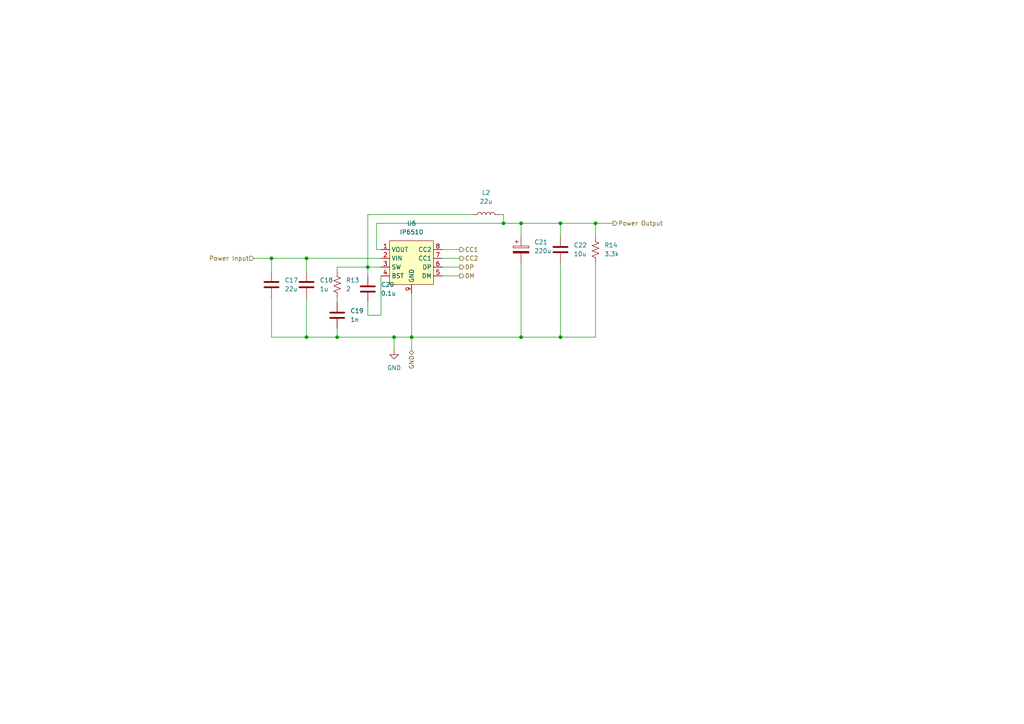
<source format=kicad_sch>
(kicad_sch (version 20211123) (generator eeschema)
  (paper "A4")
  (lib_symbols
    (symbol "1_Resouce:IP6510"
      (property "Reference" "U" (at 0 2.54 0))
      (property "Value" "IP6510" (at 0 10.16 0))
      (symbol "IP6510_0_1"
        (rectangle (start -6.35 7.62) (end 6.35 -5.08) (fill (type background)))
      )
      (symbol "IP6510_1_1"
        (pin power_out line (at -8.89 5.08 0) (length 2.54) (name "VOUT") (number "1"))
        (pin power_in line (at -8.89 2.54 0) (length 2.54) (name "VIN") (number "2"))
        (pin input line (at -8.89 0 0) (length 2.54) (name "SW") (number "3"))
        (pin input line (at -8.89 -2.54 0) (length 2.54) (name "BST") (number "4"))
        (pin input line (at 8.89 -2.54 180) (length 2.54) (name "DM") (number "5"))
        (pin input line (at 8.89 0 180) (length 2.54) (name "DP") (number "6"))
        (pin input line (at 8.89 2.54 180) (length 2.54) (name "CC1") (number "7"))
        (pin input line (at 8.89 5.08 180) (length 2.54) (name "CC2") (number "8"))
        (pin power_in line (at 0 -7.62 90) (length 2.54) (name "GND") (number "9"))
      )
    )
    (symbol "Device:C" (pin_numbers hide) (pin_names (offset 0.254))
      (property "Reference" "C" (at 0.635 2.54 0))
      (property "Value" "C" (at 0.635 -2.54 0))
      (symbol "C_0_1"
        (polyline (pts (xy -2.032 -0.762) (xy 2.032 -0.762)) (stroke (width 0.508)))
        (polyline (pts (xy -2.032 0.762) (xy 2.032 0.762)) (stroke (width 0.508)))
      )
      (symbol "C_1_1"
        (pin passive line (at 0 3.81 270) (length 2.794) (name "~") (number "1"))
        (pin passive line (at 0 -3.81 90) (length 2.794) (name "~") (number "2"))
      )
    )
    (symbol "Device:C_Polarized" (pin_numbers hide) (pin_names (offset 0.254))
      (property "Reference" "C" (at 0.635 2.54 0))
      (property "Value" "C_Polarized" (at 0.635 -2.54 0))
      (symbol "C_Polarized_0_1"
        (rectangle (start -2.286 0.508) (end 2.286 1.016))
        (polyline (pts (xy -1.778 2.286) (xy -0.762 2.286)))
        (polyline (pts (xy -1.27 2.794) (xy -1.27 1.778)))
        (rectangle (start 2.286 -0.508) (end -2.286 -1.016) (fill (type outline)))
      )
      (symbol "C_Polarized_1_1"
        (pin passive line (at 0 3.81 270) (length 2.794) (name "~") (number "1"))
        (pin passive line (at 0 -3.81 90) (length 2.794) (name "~") (number "2"))
      )
    )
    (symbol "Device:L" (pin_numbers hide) (pin_names (offset 1.016) hide)
      (property "Reference" "L" (at -1.27 0 90))
      (property "Value" "L" (at 1.905 0 90))
      (symbol "L_0_1"
        (arc (start 0 -2.54) (mid 0.635 -1.905) (end 0 -1.27))
        (arc (start 0 -1.27) (mid 0.635 -0.635) (end 0 0))
        (arc (start 0 0) (mid 0.635 0.635) (end 0 1.27))
        (arc (start 0 1.27) (mid 0.635 1.905) (end 0 2.54))
      )
      (symbol "L_1_1"
        (pin passive line (at 0 3.81 270) (length 1.27) (name "1") (number "1"))
        (pin passive line (at 0 -3.81 90) (length 1.27) (name "2") (number "2"))
      )
    )
    (symbol "Device:R_US" (pin_numbers hide) (pin_names (offset 0))
      (property "Reference" "R" (at 2.54 0 90))
      (property "Value" "R_US" (at -2.54 0 90))
      (symbol "R_US_0_1"
        (polyline (pts (xy 0 -2.286) (xy 0 -2.54)))
        (polyline (pts (xy 0 2.286) (xy 0 2.54)))
        (polyline (pts (xy 0 -0.762) (xy 1.016 -1.143) (xy 0 -1.524) (xy -1.016 -1.905) (xy 0 -2.286)))
        (polyline (pts (xy 0 0.762) (xy 1.016 0.381) (xy 0 0) (xy -1.016 -0.381) (xy 0 -0.762)))
        (polyline (pts (xy 0 2.286) (xy 1.016 1.905) (xy 0 1.524) (xy -1.016 1.143) (xy 0 0.762)))
      )
      (symbol "R_US_1_1"
        (pin passive line (at 0 3.81 270) (length 1.27) (name "~") (number "1"))
        (pin passive line (at 0 -3.81 90) (length 1.27) (name "~") (number "2"))
      )
    )
    (symbol "power:GND" (power) (pin_names (offset 0))
      (property "Value" "GND" (at 0 -3.81 0))
      (symbol "GND_0_1"
        (polyline (pts (xy 0 0) (xy 0 -1.27) (xy 1.27 -1.27) (xy 0 -2.54) (xy -1.27 -1.27) (xy 0 -1.27)))
      )
      (symbol "GND_1_1"
        (pin power_in line (at 0 0 270) (length 0) hide (name "GND") (number "1"))
      )
    )
  )
  (junction (at 146.05 64.77))
  (junction (at 88.9 97.79))
  (junction (at 114.3 97.79))
  (junction (at 78.74 74.93))
  (junction (at 88.9 74.93))
  (junction (at 172.72 64.77))
  (junction (at 162.56 97.79))
  (junction (at 162.56 64.77))
  (junction (at 97.79 97.79))
  (junction (at 106.68 77.47))
  (junction (at 151.13 64.77))
  (junction (at 151.13 97.79))
  (junction (at 119.38 97.79))
  (wire (pts (xy 88.9 74.93) (xy 110.49 74.93)))
  (wire (pts (xy 106.68 62.23) (xy 137.16 62.23)))
  (wire (pts (xy 172.72 64.77) (xy 172.72 68.58)))
  (wire (pts (xy 73.66 74.93) (xy 78.74 74.93)))
  (wire (pts (xy 146.05 64.77) (xy 146.05 62.23)))
  (wire (pts (xy 78.74 97.79) (xy 88.9 97.79)))
  (wire (pts (xy 162.56 64.77) (xy 172.72 64.77)))
  (wire (pts (xy 88.9 97.79) (xy 97.79 97.79)))
  (wire (pts (xy 162.56 64.77) (xy 162.56 68.58)))
  (wire (pts (xy 162.56 76.2) (xy 162.56 97.79)))
  (wire (pts (xy 146.05 64.77) (xy 151.13 64.77)))
  (wire (pts (xy 172.72 76.2) (xy 172.72 97.79)))
  (wire (pts (xy 110.49 80.01) (xy 110.49 91.44)))
  (wire (pts (xy 78.74 74.93) (xy 88.9 74.93)))
  (wire (pts (xy 110.49 72.39) (xy 109.22 72.39)))
  (wire (pts (xy 109.22 72.39) (xy 109.22 64.77)))
  (wire (pts (xy 114.3 101.6) (xy 114.3 97.79)))
  (wire (pts (xy 128.27 77.47) (xy 133.35 77.47)))
  (wire (pts (xy 109.22 64.77) (xy 146.05 64.77)))
  (wire (pts (xy 162.56 97.79) (xy 151.13 97.79)))
  (wire (pts (xy 151.13 76.2) (xy 151.13 97.79)))
  (wire (pts (xy 151.13 64.77) (xy 162.56 64.77)))
  (wire (pts (xy 119.38 85.09) (xy 119.38 97.79)))
  (wire (pts (xy 97.79 78.74) (xy 97.79 77.47)))
  (wire (pts (xy 128.27 74.93) (xy 133.35 74.93)))
  (wire (pts (xy 97.79 95.25) (xy 97.79 97.79)))
  (wire (pts (xy 88.9 97.79) (xy 88.9 86.36)))
  (wire (pts (xy 78.74 74.93) (xy 78.74 78.74)))
  (wire (pts (xy 119.38 97.79) (xy 119.38 101.6)))
  (wire (pts (xy 106.68 77.47) (xy 106.68 80.01)))
  (wire (pts (xy 106.68 91.44) (xy 106.68 87.63)))
  (wire (pts (xy 146.05 62.23) (xy 144.78 62.23)))
  (wire (pts (xy 97.79 97.79) (xy 114.3 97.79)))
  (wire (pts (xy 172.72 97.79) (xy 162.56 97.79)))
  (wire (pts (xy 172.72 64.77) (xy 177.8 64.77)))
  (wire (pts (xy 78.74 86.36) (xy 78.74 97.79)))
  (wire (pts (xy 106.68 77.47) (xy 106.68 62.23)))
  (wire (pts (xy 151.13 97.79) (xy 119.38 97.79)))
  (wire (pts (xy 128.27 72.39) (xy 133.35 72.39)))
  (wire (pts (xy 110.49 77.47) (xy 106.68 77.47)))
  (wire (pts (xy 97.79 86.36) (xy 97.79 87.63)))
  (wire (pts (xy 110.49 91.44) (xy 106.68 91.44)))
  (wire (pts (xy 97.79 77.47) (xy 106.68 77.47)))
  (wire (pts (xy 88.9 74.93) (xy 88.9 78.74)))
  (wire (pts (xy 128.27 80.01) (xy 133.35 80.01)))
  (wire (pts (xy 114.3 97.79) (xy 119.38 97.79)))
  (wire (pts (xy 151.13 64.77) (xy 151.13 68.58)))
  (hierarchical_label "Power Input" (shape input) (at 73.66 74.93 180))
  (hierarchical_label "Power Output" (shape output) (at 177.8 64.77 0))
  (hierarchical_label "CC2" (shape output) (at 133.35 74.93 0))
  (hierarchical_label "DM" (shape output) (at 133.35 80.01 0))
  (hierarchical_label "DP" (shape output) (at 133.35 77.47 0))
  (hierarchical_label "GND" (shape bidirectional) (at 119.38 101.6 270))
  (hierarchical_label "CC1" (shape output) (at 133.35 72.39 0))
  (symbol (lib_id "Device:C") (at 88.9 82.55 0) (unit 1)
    (property "Reference" "C18" (at 92.71 81.2799 0) (effects (justify left)))
    (property "Value" "1u" (at 92.71 83.8199 0) (effects (justify left)))
    (property "Footprint" "Capacitor_SMD:C_0805_2012Metric" (effects hide))
  )
  (symbol (lib_id "Device:L") (at 140.97 62.23 90) (unit 1)
    (property "Reference" "L2" (at 140.97 55.88 90))
    (property "Value" "22u" (at 140.97 58.42 90))
    (property "Footprint" "Inductor_SMD:L_10.4x10.4_H4.8" (effects hide))
  )
  (symbol (lib_id "1_Resouce:IP6510") (at 119.38 77.47 0) (unit 1)
    (property "Reference" "U6" (at 119.38 64.77 0))
    (property "Value" "IP6510" (at 119.38 67.31 0))
    (property "Footprint" "1Resouce:SOIC-8-1EP_3.9x4.9mm_P1.27mm_EP2.29x3mm_ThermalVias" (effects hide))
    (property "Datasheet" "https://datasheet.lcsc.com/lcsc/1810010037_INJOINIC-IP6510_C192869.pdf" (effects hide))
  )
  (symbol (lib_id "Device:C_Polarized") (at 151.13 72.39 0) (unit 1)
    (property "Reference" "C21" (at 154.94 70.2309 0) (effects (justify left)))
    (property "Value" "220u" (at 154.94 72.7709 0) (effects (justify left)))
    (property "Footprint" "Capacitor_THT:CP_Radial_D6.3mm_P2.50mm" (effects hide))
  )
  (symbol (lib_id "Device:C") (at 162.56 72.39 0) (unit 1)
    (property "Reference" "C22" (at 166.37 71.1199 0) (effects (justify left)))
    (property "Value" "10u" (at 166.37 73.6599 0) (effects (justify left)))
    (property "Footprint" "Capacitor_SMD:C_0805_2012Metric" (effects hide))
  )
  (symbol (lib_id "Device:C") (at 78.74 82.55 0) (unit 1)
    (property "Reference" "C17" (at 82.55 81.2799 0) (effects (justify left)))
    (property "Value" "22u" (at 82.55 83.8199 0) (effects (justify left)))
    (property "Footprint" "Capacitor_SMD:C_0805_2012Metric" (effects hide))
  )
  (symbol (lib_id "Device:R_US") (at 172.72 72.39 0) (unit 1)
    (property "Reference" "R14" (at 175.26 71.1199 0) (effects (justify left)))
    (property "Value" "3.3k" (at 175.26 73.6599 0) (effects (justify left)))
    (property "Footprint" "Resistor_SMD:R_0805_2012Metric" (effects hide))
  )
  (symbol (lib_id "Device:R_US") (at 97.79 82.55 0) (unit 1)
    (property "Reference" "R13" (at 100.33 81.2799 0) (effects (justify left)))
    (property "Value" "2" (at 100.33 83.8199 0) (effects (justify left)))
    (property "Footprint" "Resistor_SMD:R_0805_2012Metric" (effects hide))
  )
  (symbol (lib_id "Device:C") (at 106.68 83.82 0) (unit 1)
    (property "Reference" "C20" (at 110.49 82.5499 0) (effects (justify left)))
    (property "Value" "0.1u" (at 110.49 85.0899 0) (effects (justify left)))
    (property "Footprint" "Capacitor_SMD:C_0805_2012Metric" (effects hide))
  )
  (symbol (lib_id "Device:C") (at 97.79 91.44 0) (unit 1)
    (property "Reference" "C19" (at 101.6 90.1699 0) (effects (justify left)))
    (property "Value" "1n" (at 101.6 92.7099 0) (effects (justify left)))
    (property "Footprint" "Capacitor_SMD:C_0805_2012Metric" (effects hide))
  )
  (symbol (lib_id "power:GND") (at 114.3 101.6 0) (unit 1)
    (property "Reference" "#PWR07" (effects hide))
    (property "Value" "GND" (at 114.3 106.68 0))
  )
)
</source>
